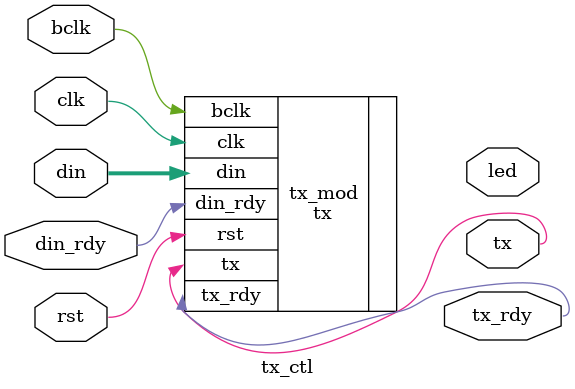
<source format=v>
module tx_ctl(
    input           clk,
    input           rst,

    input           bclk,
    input   [7:0]   din,
    input           din_rdy,

    output          tx,
    output          tx_rdy,
	 output [7:0] led
);
/*
    reg wr = 0;
    reg rd = 0;
    reg was_din_rdy = 0;
    reg was_tx_rdy = 0;
    reg was_rd = 0;
    wire [7:0] fifo_dout;
    wire en;


    assign en = rd; // && !was_rd;

    always @(negedge clk or posedge rst) begin
        if (rst) begin
            wr <= 0;
            rd <= 0;
        end
        else begin
            wr <= din_rdy && !was_din_rdy && !fifo_full && !rd;
            rd <= tx_rdy && !was_rd && was_tx_rdy && !fifo_empty && !wr;
        end
    end

    always @(posedge clk or posedge rst) begin
        if (rst) begin
            was_din_rdy = 0;
            was_tx_rdy = 0;
            was_rd = 0;
        end
        else begin
            was_din_rdy = din_rdy;
            was_tx_rdy  = tx_rdy;
            was_rd      = rd;
        end
    end
*/
/*
    fifo tx_fifo(
        .clk(clk),
        .rst(rst),

        .rd (rd),
        .wr (wr),

        .din(din),

        .full (fifo_full),
        .empty(fifo_empty),
 
        .dout (fifo_dout)
    );
*/
    tx tx_mod(
        .clk(clk),
        .rst(rst),

        .bclk(bclk),
        /* Data to transmit. */
        //.din(fifo_dout),
        /* Data ready to transmit. */
        //.din_rdy(en),
        /* TX-pin */
        .din(din),
		  .din_rdy(din_rdy),
		  .tx(tx),
        /* Transmitter is ready ( 1 ), is busy ( 0 ). */
        .tx_rdy(tx_rdy)
    );


endmodule

</source>
